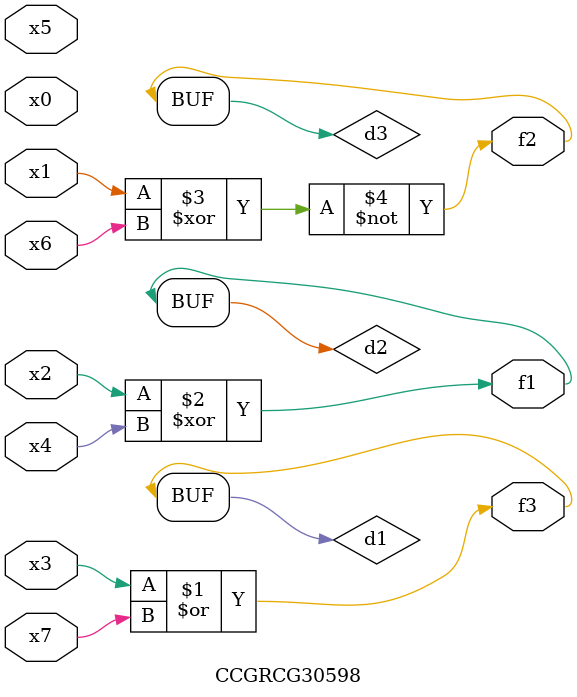
<source format=v>
module CCGRCG30598(
	input x0, x1, x2, x3, x4, x5, x6, x7,
	output f1, f2, f3
);

	wire d1, d2, d3;

	or (d1, x3, x7);
	xor (d2, x2, x4);
	xnor (d3, x1, x6);
	assign f1 = d2;
	assign f2 = d3;
	assign f3 = d1;
endmodule

</source>
